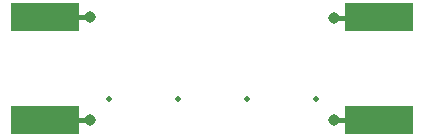
<source format=gbl>
G04*
G04 #@! TF.GenerationSoftware,Altium Limited,CircuitMaker,2.2.1 (2.2.1.6)*
G04*
G04 Layer_Physical_Order=4*
G04 Layer_Color=11436288*
%FSLAX24Y24*%
%MOIN*%
G70*
G04*
G04 #@! TF.SameCoordinates,D28BDA84-9723-43EF-B55C-3147937A363A*
G04*
G04*
G04 #@! TF.FilePolarity,Positive*
G04*
G01*
G75*
%ADD13R,0.2299X0.0951*%
%ADD24C,0.0181*%
%ADD25C,0.0382*%
%ADD26C,0.0200*%
D13*
X1260Y4022D02*
D03*
Y577D02*
D03*
X12400Y4023D02*
D03*
Y578D02*
D03*
D24*
X1260Y597D02*
X2764D01*
X1260Y4022D02*
X2764D01*
X10896Y4003D02*
X12400D01*
X10896Y578D02*
X12400D01*
D25*
X2764Y4022D02*
D03*
X2764Y597D02*
D03*
X10896Y4003D02*
D03*
X10896Y578D02*
D03*
D26*
X10310Y1305D02*
D03*
X8010D02*
D03*
X5710D02*
D03*
X3410D02*
D03*
M02*

</source>
